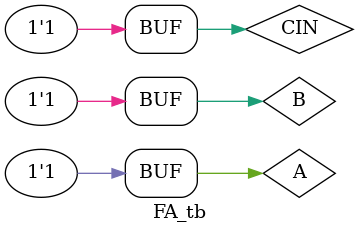
<source format=v>
module full_adder(cout,s,a,b,cin);
    output cout,s;
    input a,b,cin;
    wire x,y,z;
    xor(x,a,b);
    xor(s,x,cin);
    and(y,x,cin);
    and(z,a,cin);
    or(cout,y,z);
endmodule


module FA_tb();    
    wire COUT,S;
    reg A,B,CIN;
//instantiate
    full_adder FA1(COUT,S,A,B,CIN);
    initial
        begin
          $dumpfile("FA1.vcd");
          $dumpvars;
          A=0; B=0; CIN=0; #10;
          A=0; B=0; CIN=1; #10;
          A=0; B=1; CIN=0; #10;
          A=0; B=1; CIN=1; #10;
          A=1; B=0; CIN=0; #10;
          A=1; B=0; CIN=1; #10;
          A=1; B=1; CIN=0; #10;
          A=1; B=1; CIN=1; #10;
        end
    endmodule
</source>
